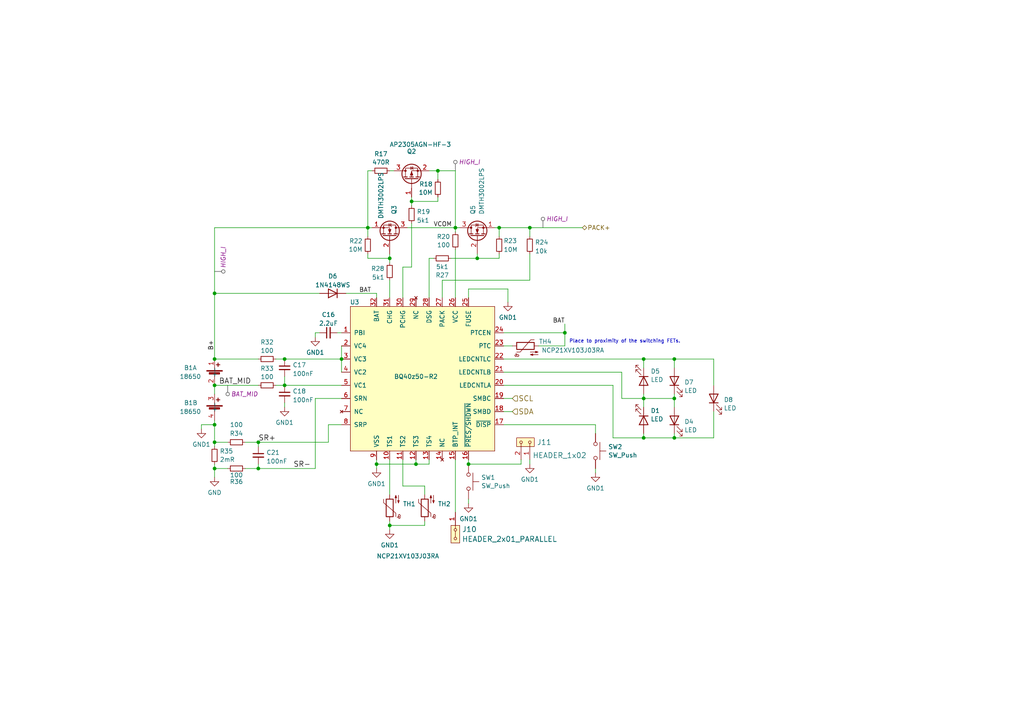
<source format=kicad_sch>
(kicad_sch (version 20231120) (generator "eeschema") (generator_version "8.0")
  (paper "A4")
  (title_block (rev "D"))
  (lib_symbols
    (symbol "Device:C_Small" (pin_numbers hide) (pin_names (offset 0.254) hide)
      (property "Reference" "C" (at 0.254 1.778 0))
      (property "Value" "C_Small" (at 0.254 -2.032 0))
      (symbol "C_Small_0_1"
        (polyline (pts (xy -1.524 -0.508) (xy 1.524 -0.508)) (stroke (width 0.3302)))
        (polyline (pts (xy -1.524 0.508) (xy 1.524 0.508)) (stroke (width 0.3048)))
      )
      (symbol "C_Small_1_1"
        (pin passive line (at 0 2.54 270) (length 2.032) (name "~") (number "1"))
        (pin passive line (at 0 -2.54 90) (length 2.032) (name "~") (number "2"))
      )
    )
    (symbol "Device:LED" (pin_numbers hide) (pin_names (offset 1.016) hide)
      (property "Reference" "D" (at 0 2.54 0))
      (property "Value" "LED" (at 0 -2.54 0))
      (symbol "LED_0_1"
        (polyline (pts (xy -1.27 -1.27) (xy -1.27 1.27)) (stroke (width 0.254)))
        (polyline (pts (xy -1.27 0) (xy 1.27 0)))
        (polyline (pts (xy 1.27 -1.27) (xy 1.27 1.27) (xy -1.27 0) (xy 1.27 -1.27)) (stroke (width 0.254)))
        (polyline (pts (xy -3.048 -0.762) (xy -4.572 -2.286) (xy -3.81 -2.286) (xy -4.572 -2.286) (xy -4.572 -1.524)))
        (polyline (pts (xy -1.778 -0.762) (xy -3.302 -2.286) (xy -2.54 -2.286) (xy -3.302 -2.286) (xy -3.302 -1.524)))
      )
      (symbol "LED_1_1"
        (pin passive line (at -3.81 0 0) (length 2.54) (name "K") (number "1"))
        (pin passive line (at 3.81 0 180) (length 2.54) (name "A") (number "2"))
      )
    )
    (symbol "Device:Q_NMOS_SGD" (pin_names (offset 0) hide)
      (property "Reference" "Q" (at 5.08 1.27 0))
      (property "Value" "Q_NMOS_SGD" (at 5.08 -1.27 0))
      (symbol "Q_NMOS_SGD_0_1"
        (polyline (pts (xy 0.254 0) (xy -2.54 0)))
        (polyline (pts (xy 0.254 1.905) (xy 0.254 -1.905)) (stroke (width 0.254)))
        (polyline (pts (xy 0.762 -1.27) (xy 0.762 -2.286)) (stroke (width 0.254)))
        (polyline (pts (xy 0.762 0.508) (xy 0.762 -0.508)) (stroke (width 0.254)))
        (polyline (pts (xy 0.762 2.286) (xy 0.762 1.27)) (stroke (width 0.254)))
        (polyline (pts (xy 2.54 2.54) (xy 2.54 1.778)))
        (polyline (pts (xy 2.54 -2.54) (xy 2.54 0) (xy 0.762 0)))
        (polyline (pts (xy 0.762 -1.778) (xy 3.302 -1.778) (xy 3.302 1.778) (xy 0.762 1.778)))
        (polyline (pts (xy 1.016 0) (xy 2.032 0.381) (xy 2.032 -0.381) (xy 1.016 0)) (fill (type outline)))
        (polyline (pts (xy 2.794 0.508) (xy 2.921 0.381) (xy 3.683 0.381) (xy 3.81 0.254)))
        (polyline (pts (xy 3.302 0.381) (xy 2.921 -0.254) (xy 3.683 -0.254) (xy 3.302 0.381)))
        (circle (center 1.651 0) (radius 2.794) (stroke (width 0.254)))
        (circle (center 2.54 -1.778) (radius 0.254) (fill (type outline)))
        (circle (center 2.54 1.778) (radius 0.254) (fill (type outline)))
      )
      (symbol "Q_NMOS_SGD_1_1"
        (pin passive line (at 2.54 -5.08 90) (length 2.54) (name "S") (number "1"))
        (pin input line (at -5.08 0 0) (length 5.08) (name "G") (number "2"))
        (pin passive line (at 2.54 5.08 270) (length 2.54) (name "D") (number "3"))
      )
    )
    (symbol "Device:R_Small" (pin_numbers hide) (pin_names (offset 0.254) hide)
      (property "Reference" "R" (at 0.762 0.508 0))
      (property "Value" "R_Small" (at 0.762 -1.016 0))
      (symbol "R_Small_0_1"
        (rectangle (start -0.762 1.778) (end 0.762 -1.778) (stroke (width 0.2032)))
      )
      (symbol "R_Small_1_1"
        (pin passive line (at 0 2.54 270) (length 0.762) (name "~") (number "1"))
        (pin passive line (at 0 -2.54 90) (length 0.762) (name "~") (number "2"))
      )
    )
    (symbol "Device:Thermistor_NTC" (pin_numbers hide) (pin_names (offset 0))
      (property "Reference" "TH" (at -4.445 0 90))
      (property "Value" "Thermistor_NTC" (at 3.175 0 90))
      (symbol "Thermistor_NTC_0_1"
        (arc (start -3.048 2.159) (mid -3.0495 2.3143) (end -3.175 2.413))
        (arc (start -3.048 2.159) (mid -2.9736 1.9794) (end -2.794 1.905))
        (arc (start -3.048 2.794) (mid -2.9736 2.6144) (end -2.794 2.54))
        (arc (start -2.794 1.905) (mid -2.6144 1.9794) (end -2.54 2.159))
        (arc (start -2.794 2.54) (mid -2.4393 2.5587) (end -2.159 2.794))
        (arc (start -2.794 3.048) (mid -2.9736 2.9736) (end -3.048 2.794))
        (arc (start -2.54 2.794) (mid -2.6144 2.9736) (end -2.794 3.048))
        (rectangle (start -1.016 2.54) (end 1.016 -2.54) (stroke (width 0.254)))
        (polyline (pts (xy -2.54 2.159) (xy -2.54 2.794)))
        (polyline (pts (xy -1.778 2.54) (xy -1.778 1.524) (xy 1.778 -1.524) (xy 1.778 -2.54)))
        (polyline (pts (xy -2.54 -3.683) (xy -2.54 -1.397) (xy -2.794 -2.159) (xy -2.286 -2.159) (xy -2.54 -1.397) (xy -2.54 -1.651)) (fill (type outline)))
        (polyline (pts (xy -1.778 -1.397) (xy -1.778 -3.683) (xy -2.032 -2.921) (xy -1.524 -2.921) (xy -1.778 -3.683) (xy -1.778 -3.429)) (fill (type outline)))
      )
      (symbol "Thermistor_NTC_1_1"
        (pin passive line (at 0 3.81 270) (length 1.27) (name "~") (number "1"))
        (pin passive line (at 0 -3.81 90) (length 1.27) (name "~") (number "2"))
      )
    )
    (symbol "Diode:1N4148WS" (pin_numbers hide) (pin_names (offset 1.016) hide)
      (property "Reference" "D" (at 0 2.54 0))
      (property "Value" "1N4148WS" (at 0 -2.54 0))
      (symbol "1N4148WS_0_1"
        (polyline (pts (xy -1.27 1.27) (xy -1.27 -1.27)) (stroke (width 0.254)))
        (polyline (pts (xy 1.27 0) (xy -1.27 0)))
        (polyline (pts (xy 1.27 1.27) (xy 1.27 -1.27) (xy -1.27 0) (xy 1.27 1.27)) (stroke (width 0.254)))
      )
      (symbol "1N4148WS_1_1"
        (pin passive line (at -3.81 0 0) (length 2.54) (name "K") (number "1"))
        (pin passive line (at 3.81 0 180) (length 2.54) (name "A") (number "2"))
      )
    )
    (symbol "MLAB_HEADER:HEADER_1x02" (pin_names (offset 1.016))
      (property "Reference" "J" (at 0 -3.81 0))
      (property "Value" "HEADER_1x02" (at 0 3.81 0))
      (symbol "HEADER_1x02_0_1"
        (rectangle (start -1.27 2.54) (end 1.27 -2.54) (fill (type background)))
        (circle (center 0 -1.27) (radius 0.381))
        (polyline (pts (xy -1.27 -1.27) (xy -0.381 -1.27)))
        (polyline (pts (xy -1.27 1.27) (xy -0.381 1.27)))
        (circle (center 0 1.27) (radius 0.381))
      )
      (symbol "HEADER_1x02_1_1"
        (pin input line (at -5.08 1.27 0) (length 3.81) (name "~") (number "1"))
        (pin input line (at -5.08 -1.27 0) (length 3.81) (name "~") (number "2"))
      )
    )
    (symbol "MLAB_HEADER:HEADER_2x01_PARALLEL" (pin_names (offset 1.016))
      (property "Reference" "J" (at 0 -2.54 0))
      (property "Value" "HEADER_2x01_PARALLEL" (at 0 2.54 0))
      (symbol "HEADER_2x01_PARALLEL_0_1"
        (rectangle (start -2.54 1.27) (end 2.54 -1.27) (fill (type background)))
        (circle (center -1.27 0) (radius 0.381))
        (polyline (pts (xy -1.651 0) (xy -2.54 0)))
        (polyline (pts (xy -0.889 0) (xy 0.889 0)))
        (circle (center 1.27 0) (radius 0.381))
      )
      (symbol "HEADER_2x01_PARALLEL_1_1"
        (pin input line (at -6.35 0 0) (length 3.81) (name "~") (number "1"))
        (pin input line (at -6.35 0 0) (length 3.81) hide (name "~") (number "2"))
      )
    )
    (symbol "Switch:SW_Push" (pin_numbers hide) (pin_names (offset 1.016) hide)
      (property "Reference" "SW" (at 1.27 2.54 0))
      (property "Value" "SW_Push" (at 0 -1.524 0))
      (symbol "SW_Push_0_1"
        (circle (center -2.032 0) (radius 0.508))
        (polyline (pts (xy 0 1.27) (xy 0 3.048)))
        (polyline (pts (xy 2.54 1.27) (xy -2.54 1.27)))
        (circle (center 2.032 0) (radius 0.508))
        (pin passive line (at -5.08 0 0) (length 2.54) (name "1") (number "1"))
        (pin passive line (at 5.08 0 180) (length 2.54) (name "2") (number "2"))
      )
    )
    (symbol "Transistor_FET:AO3401A" (pin_names hide)
      (property "Reference" "Q" (at 5.08 1.905 0))
      (property "Value" "AO3401A" (at 5.08 0 0))
      (symbol "AO3401A_0_1"
        (polyline (pts (xy 0.254 0) (xy -2.54 0)))
        (polyline (pts (xy 0.254 1.905) (xy 0.254 -1.905)) (stroke (width 0.254)))
        (polyline (pts (xy 0.762 -1.27) (xy 0.762 -2.286)) (stroke (width 0.254)))
        (polyline (pts (xy 0.762 0.508) (xy 0.762 -0.508)) (stroke (width 0.254)))
        (polyline (pts (xy 0.762 2.286) (xy 0.762 1.27)) (stroke (width 0.254)))
        (polyline (pts (xy 2.54 2.54) (xy 2.54 1.778)))
        (polyline (pts (xy 2.54 -2.54) (xy 2.54 0) (xy 0.762 0)))
        (polyline (pts (xy 0.762 1.778) (xy 3.302 1.778) (xy 3.302 -1.778) (xy 0.762 -1.778)))
        (polyline (pts (xy 2.286 0) (xy 1.27 0.381) (xy 1.27 -0.381) (xy 2.286 0)) (fill (type outline)))
        (polyline (pts (xy 2.794 -0.508) (xy 2.921 -0.381) (xy 3.683 -0.381) (xy 3.81 -0.254)))
        (polyline (pts (xy 3.302 -0.381) (xy 2.921 0.254) (xy 3.683 0.254) (xy 3.302 -0.381)))
        (circle (center 1.651 0) (radius 2.794) (stroke (width 0.254)))
        (circle (center 2.54 -1.778) (radius 0.254) (fill (type outline)))
        (circle (center 2.54 1.778) (radius 0.254) (fill (type outline)))
      )
      (symbol "AO3401A_1_1"
        (pin input line (at -5.08 0 0) (length 2.54) (name "G") (number "1"))
        (pin passive line (at 2.54 -5.08 90) (length 2.54) (name "S") (number "2"))
        (pin passive line (at 2.54 5.08 270) (length 2.54) (name "D") (number "3"))
      )
    )
    (symbol "battery:battery-2s" (pin_names (offset 1.016))
      (property "Reference" "B" (at 3.81 1.27 0))
      (property "Value" "battery-2s" (at -8.89 1.27 0))
      (symbol "battery-2s_1_1"
        (rectangle (start -2.286 0.508) (end 2.286 0.254) (fill (type outline)))
        (rectangle (start -1.5748 -0.0762) (end 1.4732 -0.5842) (fill (type outline)))
        (polyline (pts (xy 0 -0.508) (xy 0 -1.27)))
        (polyline (pts (xy 0 0.508) (xy 0 1.27)))
        (polyline (pts (xy 0.508 2.159) (xy 1.524 2.159)) (stroke (width 0.254)))
        (polyline (pts (xy 1.016 2.667) (xy 1.016 1.651)) (stroke (width 0.254)))
        (pin passive line (at 0 3.81 270) (length 2.54) (name "+") (number "1"))
        (pin passive line (at 0 -3.81 90) (length 2.54) (name "-") (number "2"))
      )
      (symbol "battery-2s_2_1"
        (rectangle (start -2.286 0.508) (end 2.286 0.254) (fill (type outline)))
        (rectangle (start -1.5748 -0.0762) (end 1.4732 -0.5842) (fill (type outline)))
        (polyline (pts (xy 0 -0.508) (xy 0 -1.27)))
        (polyline (pts (xy 0 0.508) (xy 0 1.27)))
        (polyline (pts (xy 0.508 2.159) (xy 1.524 2.159)) (stroke (width 0.254)))
        (polyline (pts (xy 1.016 2.667) (xy 1.016 1.651)) (stroke (width 0.254)))
        (pin passive line (at 0 3.81 270) (length 2.54) (name "+") (number "3"))
        (pin passive line (at 0 -3.81 90) (length 2.54) (name "-") (number "4"))
      )
    )
    (symbol "power:GND" (power) (pin_names (offset 0))
      (property "Value" "GND" (at 0 -3.81 0))
      (symbol "GND_0_1"
        (polyline (pts (xy 0 0) (xy 0 -1.27) (xy 1.27 -1.27) (xy 0 -2.54) (xy -1.27 -1.27) (xy 0 -1.27)))
      )
      (symbol "GND_1_1"
        (pin power_in line (at 0 0 270) (length 0) hide (name "GND") (number "1"))
      )
    )
    (symbol "power:GND1" (power) (pin_names (offset 0))
      (property "Value" "GND1" (at 0 -3.81 0))
      (symbol "GND1_0_1"
        (polyline (pts (xy 0 0) (xy 0 -1.27) (xy 1.27 -1.27) (xy 0 -2.54) (xy -1.27 -1.27) (xy 0 -1.27)))
      )
      (symbol "GND1_1_1"
        (pin power_in line (at 0 0 270) (length 0) hide (name "GND1") (number "1"))
      )
    )
    (symbol "ti-balancers:BQ40z50-R2" (pin_names (offset 1.016))
      (property "Reference" "U" (at 0 0 0))
      (property "Value" "BQ40z50-R2" (at 0 0 0))
      (symbol "BQ40z50-R2_0_1"
        (rectangle (start -19.05 20.32) (end 22.86 -21.59) (fill (type background)))
      )
      (symbol "BQ40z50-R2_1_1"
        (pin power_in line (at -21.59 12.7 0) (length 2.54) (name "PBI") (number "1"))
        (pin bidirectional line (at -7.62 -24.13 90) (length 2.54) (name "TS1") (number "10"))
        (pin bidirectional line (at -3.81 -24.13 90) (length 2.54) (name "TS2") (number "11"))
        (pin bidirectional line (at 0 -24.13 90) (length 2.54) (name "TS3") (number "12"))
        (pin bidirectional line (at 3.81 -24.13 90) (length 2.54) (name "TS4") (number "13"))
        (pin no_connect line (at 7.62 -24.13 90) (length 2.54) (name "NC") (number "14"))
        (pin output line (at 11.43 -24.13 90) (length 2.54) (name "BTP_INT") (number "15"))
        (pin input line (at 15.24 -24.13 90) (length 2.54) (name "~{PRES/SHDWN}") (number "16"))
        (pin input line (at 25.4 -13.97 180) (length 2.54) (name "~{DISP}") (number "17"))
        (pin open_collector line (at 25.4 -10.16 180) (length 2.54) (name "SMBD") (number "18"))
        (pin open_collector line (at 25.4 -6.35 180) (length 2.54) (name "SMBC") (number "19"))
        (pin bidirectional line (at -21.59 8.89 0) (length 2.54) (name "VC4") (number "2"))
        (pin output line (at 25.4 -2.54 180) (length 2.54) (name "LEDCNTLA") (number "20"))
        (pin output line (at 25.4 1.27 180) (length 2.54) (name "LEDCNTLB") (number "21"))
        (pin output line (at 25.4 5.08 180) (length 2.54) (name "LEDCNTLC") (number "22"))
        (pin bidirectional line (at 25.4 8.89 180) (length 2.54) (name "PTC") (number "23"))
        (pin input line (at 25.4 12.7 180) (length 2.54) (name "PTCEN") (number "24"))
        (pin output line (at 15.24 22.86 270) (length 2.54) (name "FUSE") (number "25"))
        (pin power_in line (at 11.43 22.86 270) (length 2.54) (name "VCC") (number "26"))
        (pin bidirectional line (at 7.62 22.86 270) (length 2.54) (name "PACK") (number "27"))
        (pin output line (at 3.81 22.86 270) (length 2.54) (name "DSG") (number "28"))
        (pin no_connect line (at 0 22.86 270) (length 2.54) (name "NC") (number "29"))
        (pin bidirectional line (at -21.59 5.08 0) (length 2.54) (name "VC3") (number "3"))
        (pin output line (at -3.81 22.86 270) (length 2.54) (name "PCHG") (number "30"))
        (pin output line (at -7.62 22.86 270) (length 2.54) (name "CHG") (number "31"))
        (pin power_in line (at -11.43 22.86 270) (length 2.54) (name "BAT") (number "32"))
        (pin power_in line (at -11.43 -24.13 90) (length 2.54) hide (name "PWRPD") (number "33"))
        (pin bidirectional line (at -21.59 1.27 0) (length 2.54) (name "VC2") (number "4"))
        (pin bidirectional line (at -21.59 -2.54 0) (length 2.54) (name "VC1") (number "5"))
        (pin input line (at -21.59 -6.35 0) (length 2.54) (name "SRN") (number "6"))
        (pin no_connect line (at -21.59 -10.16 0) (length 2.54) (name "NC") (number "7"))
        (pin input line (at -21.59 -13.97 0) (length 2.54) (name "SRP") (number "8"))
        (pin power_in line (at -11.43 -24.13 90) (length 2.54) (name "VSS") (number "9"))
      )
    )
  )
  (junction (at 62.23 123.19))
  (junction (at 106.68 66.04))
  (junction (at 74.93 135.89))
  (junction (at 62.23 128.27))
  (junction (at 132.08 66.04))
  (junction (at 153.67 66.04))
  (junction (at 119.38 58.42))
  (junction (at 113.03 152.4))
  (junction (at 135.89 134.62))
  (junction (at 138.43 74.93))
  (junction (at 195.58 104.14))
  (junction (at 113.03 74.93))
  (junction (at 127 49.53))
  (junction (at 195.58 115.57))
  (junction (at 163.83 96.52))
  (junction (at 99.06 104.14))
  (junction (at 186.69 115.57))
  (junction (at 195.58 127))
  (junction (at 74.93 128.27))
  (junction (at 109.22 134.62))
  (junction (at 82.55 104.14))
  (junction (at 186.69 104.14))
  (junction (at 120.65 134.62))
  (junction (at 62.23 111.76))
  (junction (at 186.69 127))
  (junction (at 62.23 85.09))
  (junction (at 82.55 111.76))
  (junction (at 62.23 104.14))
  (junction (at 62.23 135.89))
  (junction (at 144.78 66.04))
  (wire (pts (xy 195.58 127) (xy 186.69 127)))
  (wire (pts (xy 91.44 135.89) (xy 91.44 115.57)))
  (wire (pts (xy 62.23 104.14) (xy 74.93 104.14)))
  (wire (pts (xy 186.69 115.57) (xy 180.34 115.57)))
  (wire (pts (xy 127 49.53) (xy 132.08 49.53)))
  (wire (pts (xy 127 49.53) (xy 127 52.07)))
  (wire (pts (xy 146.05 104.14) (xy 186.69 104.14)))
  (wire (pts (xy 82.55 111.76) (xy 99.06 111.76)))
  (wire (pts (xy 124.46 74.93) (xy 124.46 86.36)))
  (wire (pts (xy 97.79 96.52) (xy 99.06 96.52)))
  (wire (pts (xy 163.83 93.98) (xy 163.83 96.52)))
  (wire (pts (xy 109.22 85.09) (xy 109.22 86.36)))
  (wire (pts (xy 62.23 128.27) (xy 66.04 128.27)))
  (wire (pts (xy 109.22 134.62) (xy 109.22 135.89)))
  (wire (pts (xy 123.19 140.97) (xy 123.19 143.51)))
  (wire (pts (xy 74.93 129.54) (xy 74.93 128.27)))
  (wire (pts (xy 128.27 81.28) (xy 153.67 81.28)))
  (wire (pts (xy 113.03 49.53) (xy 114.3 49.53)))
  (wire (pts (xy 144.78 73.66) (xy 144.78 74.93)))
  (wire (pts (xy 107.95 49.53) (xy 106.68 49.53)))
  (wire (pts (xy 62.23 111.76) (xy 62.23 114.3)))
  (wire (pts (xy 100.33 85.09) (xy 109.22 85.09)))
  (wire (pts (xy 82.55 109.22) (xy 82.55 111.76)))
  (wire (pts (xy 106.68 73.66) (xy 106.68 74.93)))
  (wire (pts (xy 119.38 64.77) (xy 119.38 77.47)))
  (wire (pts (xy 92.71 85.09) (xy 62.23 85.09)))
  (wire (pts (xy 146.05 115.57) (xy 148.59 115.57)))
  (wire (pts (xy 58.42 123.19) (xy 58.42 124.46)))
  (wire (pts (xy 113.03 81.28) (xy 113.03 86.36)))
  (wire (pts (xy 132.08 72.39) (xy 132.08 86.36)))
  (wire (pts (xy 113.03 152.4) (xy 123.19 152.4)))
  (wire (pts (xy 120.65 134.62) (xy 124.46 134.62)))
  (wire (pts (xy 153.67 66.04) (xy 168.91 66.04)))
  (wire (pts (xy 113.03 151.13) (xy 113.03 152.4)))
  (wire (pts (xy 109.22 133.35) (xy 109.22 134.62)))
  (wire (pts (xy 153.67 81.28) (xy 153.67 73.66)))
  (wire (pts (xy 146.05 96.52) (xy 163.83 96.52)))
  (wire (pts (xy 186.69 104.14) (xy 186.69 106.68)))
  (wire (pts (xy 74.93 135.89) (xy 74.93 134.62)))
  (wire (pts (xy 82.55 104.14) (xy 99.06 104.14)))
  (wire (pts (xy 62.23 85.09) (xy 62.23 104.14)))
  (wire (pts (xy 180.34 115.57) (xy 180.34 107.95)))
  (wire (pts (xy 91.44 115.57) (xy 99.06 115.57)))
  (wire (pts (xy 177.8 127) (xy 177.8 111.76)))
  (wire (pts (xy 146.05 100.33) (xy 148.59 100.33)))
  (wire (pts (xy 116.84 140.97) (xy 123.19 140.97)))
  (wire (pts (xy 186.69 115.57) (xy 186.69 118.11)))
  (wire (pts (xy 62.23 128.27) (xy 62.23 129.54)))
  (wire (pts (xy 74.93 128.27) (xy 95.25 128.27)))
  (wire (pts (xy 124.46 49.53) (xy 127 49.53)))
  (wire (pts (xy 186.69 114.3) (xy 186.69 115.57)))
  (wire (pts (xy 132.08 49.53) (xy 132.08 66.04)))
  (wire (pts (xy 99.06 104.14) (xy 99.06 107.95)))
  (wire (pts (xy 135.89 83.82) (xy 147.32 83.82)))
  (wire (pts (xy 153.67 133.35) (xy 153.67 134.62)))
  (wire (pts (xy 106.68 49.53) (xy 106.68 66.04)))
  (wire (pts (xy 116.84 133.35) (xy 116.84 140.97)))
  (wire (pts (xy 106.68 66.04) (xy 106.68 68.58)))
  (wire (pts (xy 74.93 128.27) (xy 71.12 128.27)))
  (wire (pts (xy 195.58 125.73) (xy 195.58 127)))
  (wire (pts (xy 62.23 123.19) (xy 58.42 123.19)))
  (wire (pts (xy 207.01 104.14) (xy 207.01 111.76)))
  (wire (pts (xy 62.23 111.76) (xy 74.93 111.76)))
  (wire (pts (xy 109.22 134.62) (xy 120.65 134.62)))
  (wire (pts (xy 186.69 127) (xy 177.8 127)))
  (wire (pts (xy 113.03 152.4) (xy 113.03 153.67)))
  (wire (pts (xy 195.58 104.14) (xy 207.01 104.14)))
  (wire (pts (xy 113.03 133.35) (xy 113.03 143.51)))
  (wire (pts (xy 119.38 58.42) (xy 119.38 59.69)))
  (wire (pts (xy 116.84 77.47) (xy 119.38 77.47)))
  (wire (pts (xy 62.23 123.19) (xy 62.23 128.27)))
  (wire (pts (xy 151.13 133.35) (xy 151.13 134.62)))
  (wire (pts (xy 186.69 115.57) (xy 195.58 115.57)))
  (wire (pts (xy 180.34 107.95) (xy 146.05 107.95)))
  (wire (pts (xy 95.25 123.19) (xy 99.06 123.19)))
  (wire (pts (xy 106.68 74.93) (xy 113.03 74.93)))
  (wire (pts (xy 144.78 66.04) (xy 153.67 66.04)))
  (wire (pts (xy 106.68 66.04) (xy 107.95 66.04)))
  (wire (pts (xy 146.05 119.38) (xy 148.59 119.38)))
  (wire (pts (xy 147.32 83.82) (xy 147.32 87.63)))
  (wire (pts (xy 123.19 152.4) (xy 123.19 151.13)))
  (wire (pts (xy 195.58 115.57) (xy 195.58 118.11)))
  (wire (pts (xy 95.25 123.19) (xy 95.25 128.27)))
  (wire (pts (xy 135.89 133.35) (xy 135.89 134.62)))
  (wire (pts (xy 127 58.42) (xy 119.38 58.42)))
  (wire (pts (xy 71.12 135.89) (xy 74.93 135.89)))
  (wire (pts (xy 138.43 73.66) (xy 138.43 74.93)))
  (wire (pts (xy 118.11 66.04) (xy 132.08 66.04)))
  (wire (pts (xy 127 57.15) (xy 127 58.42)))
  (wire (pts (xy 132.08 66.04) (xy 132.08 67.31)))
  (wire (pts (xy 113.03 74.93) (xy 113.03 76.2)))
  (wire (pts (xy 62.23 134.62) (xy 62.23 135.89)))
  (wire (pts (xy 172.72 135.89) (xy 172.72 137.16)))
  (wire (pts (xy 172.72 123.19) (xy 172.72 125.73)))
  (wire (pts (xy 62.23 135.89) (xy 66.04 135.89)))
  (wire (pts (xy 144.78 66.04) (xy 143.51 66.04)))
  (wire (pts (xy 80.01 111.76) (xy 82.55 111.76)))
  (wire (pts (xy 146.05 123.19) (xy 172.72 123.19)))
  (wire (pts (xy 156.21 100.33) (xy 163.83 100.33)))
  (wire (pts (xy 120.65 133.35) (xy 120.65 134.62)))
  (wire (pts (xy 124.46 74.93) (xy 125.73 74.93)))
  (wire (pts (xy 186.69 125.73) (xy 186.69 127)))
  (wire (pts (xy 74.93 135.89) (xy 91.44 135.89)))
  (wire (pts (xy 119.38 58.42) (xy 119.38 57.15)))
  (wire (pts (xy 177.8 111.76) (xy 146.05 111.76)))
  (wire (pts (xy 132.08 66.04) (xy 133.35 66.04)))
  (wire (pts (xy 124.46 133.35) (xy 124.46 134.62)))
  (wire (pts (xy 144.78 68.58) (xy 144.78 66.04)))
  (wire (pts (xy 113.03 73.66) (xy 113.03 74.93)))
  (wire (pts (xy 135.89 144.78) (xy 135.89 146.05)))
  (wire (pts (xy 151.13 134.62) (xy 135.89 134.62)))
  (wire (pts (xy 106.68 66.04) (xy 62.23 66.04)))
  (wire (pts (xy 207.01 127) (xy 195.58 127)))
  (wire (pts (xy 99.06 100.33) (xy 99.06 104.14)))
  (wire (pts (xy 135.89 83.82) (xy 135.89 86.36)))
  (wire (pts (xy 130.81 74.93) (xy 138.43 74.93)))
  (wire (pts (xy 207.01 119.38) (xy 207.01 127)))
  (wire (pts (xy 116.84 77.47) (xy 116.84 86.36)))
  (wire (pts (xy 92.71 96.52) (xy 91.44 96.52)))
  (wire (pts (xy 195.58 114.3) (xy 195.58 115.57)))
  (wire (pts (xy 62.23 66.04) (xy 62.23 85.09)))
  (wire (pts (xy 62.23 135.89) (xy 62.23 138.43)))
  (wire (pts (xy 186.69 104.14) (xy 195.58 104.14)))
  (wire (pts (xy 163.83 96.52) (xy 163.83 100.33)))
  (wire (pts (xy 128.27 81.28) (xy 128.27 86.36)))
  (wire (pts (xy 91.44 96.52) (xy 91.44 97.79)))
  (wire (pts (xy 153.67 66.04) (xy 153.67 68.58)))
  (wire (pts (xy 62.23 121.92) (xy 62.23 123.19)))
  (wire (pts (xy 82.55 116.84) (xy 82.55 118.11)))
  (wire (pts (xy 195.58 104.14) (xy 195.58 106.68)))
  (wire (pts (xy 132.08 133.35) (xy 132.08 148.59)))
  (wire (pts (xy 80.01 104.14) (xy 82.55 104.14)))
  (wire (pts (xy 144.78 74.93) (xy 138.43 74.93)))
  (text "Place to proximity of the switching FETs. " (at 181.61 99.06 0) (effects (font (size 1.016 1.016))))
  (label "B+" (at 62.23 101.6 90))
  (label "SR-" (at 85.09 135.89 0) (effects (font (size 1.524 1.524))))
  (label "BAT" (at 104.14 85.09 0))
  (label "SR+" (at 74.93 128.27 0) (effects (font (size 1.524 1.524))))
  (label "BAT" (at 163.83 93.98 180))
  (label "BAT_MID" (at 63.5 111.76 0) (effects (font (size 1.524 1.524))))
  (label "VCOM" (at 125.73 66.04 0))
  (hierarchical_label "PACK+" (shape bidirectional) (at 168.91 66.04 0))
  (hierarchical_label "SCL" (shape input) (at 148.59 115.57 0) (effects (font (size 1.524 1.524))))
  (hierarchical_label "SDA" (shape input) (at 148.59 119.38 0) (effects (font (size 1.524 1.524))))
  (netclass_flag "" (length 2.54) (shape round) (at 62.23 78.74 270) (property "Netclass" "HIGH_I" (at 64.77 77.7748 90) (effects (font (italic yes)) (justify left))))
  (netclass_flag "" (length 2.54) (shape round) (at 157.48 66.04 0) (property "Netclass" "HIGH_I" (at 158.4452 63.5 0) (effects (font (italic yes)) (justify left))))
  (netclass_flag "" (length 2.54) (shape round) (at 132.08 49.53 0) (property "Netclass" "HIGH_I" (at 133.0452 46.99 0) (effects (font (italic yes)) (justify left))))
  (netclass_flag "" (length 2.54) (shape round) (at 66.04 111.76 180) (property "Netclass" "BAT_MID" (at 67.0052 114.3 0) (effects (font (italic yes)) (justify left))))
  (symbol (lib_id "Device:Q_NMOS_SGD") (at 113.03 68.58 270) (mirror x) (unit 1)
    (property "Reference" "Q3" (at 114.3001 62.23 0) (effects (justify left)))
    (property "Value" "DMTH3002LPS" (at 110.49 63.5 0) (effects (justify left)))
    (property "Footprint" "Mlab_T:D_POWERDI5060-8_6.0x5.1mm_P1.27mm" (effects (hide yes)))
    (property "Datasheet" "https://eu.mouser.com/datasheet/2/115/DIOD_S_A0003132884_1-2542222.pdf" (effects (hide yes)))
    (property "Description" "N-MOSFET transistor, source/gate/drain" (effects (hide yes)))
    (property "Manufacturer_Part_Number" " DMT31M7LPS-13" (effects (hide yes)))
    (property "UST_ID" "669990696fdfe6f54e2eb28a" (effects (hide yes)))
  )
  (symbol (lib_id "Device:R_Small") (at 153.67 71.12 0) (unit 1)
    (property "Reference" "R24" (at 155.1686 70.2853 0) (effects (justify left)))
    (property "Value" "10k" (at 155.1686 72.8222 0) (effects (justify left)))
    (property "Footprint" "Resistor_SMD:R_0805_2012Metric" (effects (hide yes)))
    (property "LCSC" "C25744" (effects (hide yes)))
    (property "UST_ID" "5c70984612875079b91f899f" (effects (hide yes)))
  )
  (symbol (lib_id "Device:R_Small") (at 77.47 111.76 90) (unit 1)
    (property "Reference" "R33" (at 77.47 106.8789 90))
    (property "Value" "100" (at 77.47 109.3032 90))
    (property "Footprint" "Resistor_SMD:R_0805_2012Metric" (effects (hide yes)))
    (property "LCSC" "C17408" (effects (hide yes)))
    (property "UST_ID" "5c70984512875079b91f8977" (effects (hide yes)))
  )
  (symbol (lib_id "Device:C_Small") (at 74.93 132.08 0) (unit 1)
    (property "Reference" "C21" (at 77.2541 131.2516 0) (effects (justify left)))
    (property "Value" "100nF" (at 77.2541 133.7885 0) (effects (justify left)))
    (property "Footprint" "Capacitor_SMD:C_0805_2012Metric" (effects (hide yes)))
    (property "LCSC" "C1525" (effects (hide yes)))
    (property "UST_ID" " 5c70984712875079b91f8b4c " (effects (hide yes)))
  )
  (symbol (lib_id "power:GND1") (at 113.03 153.67 0) (unit 1)
    (property "Reference" "#PWR037" (effects (hide yes)))
    (property "Value" "GND1" (at 113.03 158.1134 0))
  )
  (symbol (lib_id "Device:R_Small") (at 68.58 128.27 90) (unit 1)
    (property "Reference" "R34" (at 68.58 125.73 90))
    (property "Value" "100" (at 68.58 123.19 90))
    (property "Footprint" "Resistor_SMD:R_0805_2012Metric" (effects (hide yes)))
    (property "LCSC" "C25076" (effects (hide yes)))
    (property "UST_ID" "5c70984512875079b91f8977" (effects (hide yes)))
  )
  (symbol (lib_id "Device:R_Small") (at 113.03 78.74 0) (mirror x) (unit 1)
    (property "Reference" "R28" (at 111.5315 77.9053 0) (effects (justify right)))
    (property "Value" "5k1" (at 111.5315 80.4422 0) (effects (justify right)))
    (property "Footprint" "Resistor_SMD:R_0805_2012Metric" (effects (hide yes)))
    (property "LCSC" "C25905" (effects (hide yes)))
    (property "UST_ID" "5fa0fc3e12875025b3977997" (effects (hide yes)))
  )
  (symbol (lib_id "ti-balancers:BQ40z50-R2") (at 120.65 109.22 0) (unit 1)
    (property "Reference" "U3" (at 102.87 87.63 0))
    (property "Value" "BQ40z50-R2" (at 120.65 109.22 0))
    (property "Footprint" "Mlab_IO:Texas_RSM0032A_VQFN-32-4.1x4.1-EP-1.4" (effects (hide yes)))
    (property "Datasheet" "http://www.ti.com/lit/ds/symlink/bq40z50-r2.pdf" (effects (hide yes)))
    (property "LCSC" "C179743" (effects (hide yes)))
    (property "UST_ID" "66a15dd06fdfe6f54e2ebf93" (effects (hide yes)))
  )
  (symbol (lib_id "power:GND1") (at 153.67 134.62 0) (unit 1)
    (property "Reference" "#PWR018" (effects (hide yes)))
    (property "Value" "GND1" (at 153.67 139.0634 0))
  )
  (symbol (lib_id "Device:LED") (at 207.01 115.57 90) (unit 1)
    (property "Reference" "D8" (at 209.931 115.9453 90) (effects (justify right)))
    (property "Value" "LED" (at 209.931 118.3696 90) (effects (justify right)))
    (property "Footprint" "Mlab_D:LED_1206" (effects (hide yes)))
    (property "Description" "Light emitting diode" (effects (hide yes)))
    (property "UST_ID" "5c70984412875079b91f8892" (effects (hide yes)))
  )
  (symbol (lib_id "Switch:SW_Push") (at 135.89 139.7 270) (unit 1)
    (property "Reference" "SW1" (at 139.573 138.4878 90) (effects (justify left)))
    (property "Value" "SW_Push" (at 139.573 140.9121 90) (effects (justify left)))
    (property "Footprint" "Mlab_SW:SW_PUSH_SMALL" (effects (hide yes)))
    (property "Description" "Push button switch, generic, two pins" (effects (hide yes)))
    (property "UST_ID" "5c70984712875079b91f8ad2" (effects (hide yes)))
  )
  (symbol (lib_id "MLAB_HEADER:HEADER_1x02") (at 152.4 128.27 270) (mirror x) (unit 1)
    (property "Reference" "J11" (at 160.02 128.27 90) (effects (font (size 1.524 1.524)) (justify right)))
    (property "Value" "HEADER_1x02" (at 170.18 132.08 90) (effects (font (size 1.524 1.524)) (justify right)))
    (property "Footprint" "Mlab_Pin_Headers:Straight_2x01" (effects (hide yes)))
    (property "Description" "1x02 2.54 mm pitch header" (effects (hide yes)))
  )
  (symbol (lib_id "power:GND1") (at 135.89 146.05 0) (unit 1)
    (property "Reference" "#PWR030" (effects (hide yes)))
    (property "Value" "GND1" (at 135.89 150.4934 0))
  )
  (symbol (lib_id "Device:Q_NMOS_SGD") (at 138.43 68.58 90) (unit 1)
    (property "Reference" "Q5" (at 137.1599 62.23 0) (effects (justify left)))
    (property "Value" "DMTH3002LPS" (at 139.7 62.23 0) (effects (justify left)))
    (property "Footprint" "Mlab_T:D_POWERDI5060-8_6.0x5.1mm_P1.27mm" (effects (hide yes)))
    (property "Datasheet" "https://eu.mouser.com/datasheet/2/115/DIOD_S_A0003132884_1-2542222.pdf" (effects (hide yes)))
    (property "Description" "N-MOSFET transistor, source/gate/drain" (effects (hide yes)))
    (property "Manufacturer_Part_Number" " DMT31M7LPS-13" (effects (hide yes)))
    (property "UST_ID" "669990696fdfe6f54e2eb28a" (effects (hide yes)))
  )
  (symbol (lib_id "battery:battery-2s") (at 62.23 118.11 0) (unit 2)
    (property "Reference" "B1" (at 53.34 116.84 0) (effects (justify left)))
    (property "Value" "18650" (at 52.07 119.38 0) (effects (justify left)))
    (property "Footprint" "Mlab_Batery:BAT_BK-18650-PC4_no_screws" (effects (hide yes)))
    (property "UST_ID" "5c70984412875079b91f87e9" (effects (hide yes)))
  )
  (symbol (lib_id "Device:R_Small") (at 106.68 71.12 0) (mirror x) (unit 1)
    (property "Reference" "R22" (at 105.1814 69.9078 0) (effects (justify right)))
    (property "Value" "10M" (at 105.1814 72.3321 0) (effects (justify right)))
    (property "Footprint" "Resistor_SMD:R_0805_2012Metric" (effects (hide yes)))
    (property "LCSC" "C26082" (effects (hide yes)))
    (property "UST_ID" "5c70984712875079b91f8aae" (effects (hide yes)))
  )
  (symbol (lib_id "power:GND") (at 62.23 138.43 0) (unit 1)
    (property "Reference" "#PWR029" (effects (hide yes)))
    (property "Value" "GND" (at 62.23 142.8734 0))
  )
  (symbol (lib_id "power:GND1") (at 91.44 97.79 0) (unit 1)
    (property "Reference" "#PWR025" (effects (hide yes)))
    (property "Value" "GND1" (at 91.44 102.2334 0))
  )
  (symbol (lib_id "Device:C_Small") (at 95.25 96.52 90) (unit 1)
    (property "Reference" "C16" (at 95.2563 91.2581 90))
    (property "Value" "2.2uF" (at 95.2563 93.795 90))
    (property "Footprint" "Capacitor_SMD:C_0805_2012Metric" (effects (hide yes)))
    (property "UST_ID" "5c70984712875079b91f8b51" (effects (hide yes)))
  )
  (symbol (lib_id "Device:C_Small") (at 82.55 114.3 0) (unit 1)
    (property "Reference" "C18" (at 84.8741 113.4716 0) (effects (justify left)))
    (property "Value" "100nF" (at 84.8741 116.0085 0) (effects (justify left)))
    (property "Footprint" "Capacitor_SMD:C_0805_2012Metric" (effects (hide yes)))
    (property "LCSC" "C1525" (effects (hide yes)))
    (property "UST_ID" " 5c70984712875079b91f8b4c " (effects (hide yes)))
  )
  (symbol (lib_id "Switch:SW_Push") (at 172.72 130.81 270) (unit 1)
    (property "Reference" "SW2" (at 176.403 129.5978 90) (effects (justify left)))
    (property "Value" "SW_Push" (at 176.403 132.0221 90) (effects (justify left)))
    (property "Footprint" "Mlab_SW:SW_PUSH_SMALL" (effects (hide yes)))
    (property "Description" "Push button switch, generic, two pins" (effects (hide yes)))
    (property "UST_ID" "5c70984712875079b91f8ad2" (effects (hide yes)))
  )
  (symbol (lib_id "battery:battery-2s") (at 62.23 107.95 0) (unit 1)
    (property "Reference" "B1" (at 53.34 106.68 0) (effects (justify left)))
    (property "Value" "18650" (at 52.07 109.22 0) (effects (justify left)))
    (property "Footprint" "Mlab_Batery:BAT_BK-18650-PC4_no_screws" (effects (hide yes)))
    (property "UST_ID" "5c70984412875079b91f87e9" (effects (hide yes)))
  )
  (symbol (lib_id "Device:LED") (at 195.58 121.92 90) (unit 1)
    (property "Reference" "D4" (at 198.501 122.2953 90) (effects (justify right)))
    (property "Value" "LED" (at 198.501 124.7196 90) (effects (justify right)))
    (property "Footprint" "Mlab_D:LED_1206" (effects (hide yes)))
    (property "Description" "Light emitting diode" (effects (hide yes)))
    (property "UST_ID" "5c70984412875079b91f8892" (effects (hide yes)))
  )
  (symbol (lib_id "Device:Thermistor_NTC") (at 123.19 147.32 180) (unit 1)
    (property "Reference" "TH2" (at 127 146.1678 0) (effects (justify right)))
    (property "Value" "NCP21XV103J03RA" (effects (hide yes)))
    (property "Footprint" "Resistor_SMD:R_0805_2012Metric" (effects (hide yes)))
    (property "LCSC" "C279801" (effects (hide yes)))
    (property "UST_ID" "5c70984712875079b91f8ac5" (effects (hide yes)))
  )
  (symbol (lib_id "power:GND1") (at 58.42 124.46 0) (unit 1)
    (property "Reference" "#PWR027" (effects (hide yes)))
    (property "Value" "GND1" (at 58.42 128.9034 0))
  )
  (symbol (lib_id "Device:R_Small") (at 110.49 49.53 90) (unit 1)
    (property "Reference" "R17" (at 110.49 44.6489 90))
    (property "Value" "470R" (at 110.49 47.0732 90))
    (property "Footprint" "Resistor_SMD:R_1206_3216Metric" (effects (hide yes)))
    (property "UST_ID" "60be2ed51287500165e6c1cd" (effects (hide yes)))
  )
  (symbol (lib_id "Device:R_Small") (at 77.47 104.14 90) (unit 1)
    (property "Reference" "R32" (at 77.47 99.2589 90))
    (property "Value" "100" (at 77.47 101.6832 90))
    (property "Footprint" "Resistor_SMD:R_0805_2012Metric" (effects (hide yes)))
    (property "LCSC" "C17408" (effects (hide yes)))
    (property "UST_ID" "5c70984512875079b91f8977" (effects (hide yes)))
  )
  (symbol (lib_id "power:GND1") (at 172.72 137.16 0) (unit 1)
    (property "Reference" "#PWR031" (effects (hide yes)))
    (property "Value" "GND1" (at 172.72 141.6034 0))
  )
  (symbol (lib_id "Device:Thermistor_NTC") (at 152.4 100.33 90) (unit 1)
    (property "Reference" "TH4" (at 160.02 99.06 90) (effects (justify left)))
    (property "Value" "NCP21XV103J03RA" (at 175.26 101.6 90) (effects (justify left)))
    (property "Footprint" "Resistor_SMD:R_0805_2012Metric" (effects (hide yes)))
    (property "Description" "Temperature dependent resistor, negative temperature coefficient" (effects (hide yes)))
    (property "UST_ID" "5c70984712875079b91f8ac5" (effects (hide yes)))
  )
  (symbol (lib_id "Device:R_Small") (at 132.08 69.85 0) (mirror x) (unit 1)
    (property "Reference" "R20" (at 130.5814 68.6378 0) (effects (justify right)))
    (property "Value" "100" (at 130.5814 71.0621 0) (effects (justify right)))
    (property "Footprint" "Resistor_SMD:R_0805_2012Metric" (effects (hide yes)))
    (property "LCSC" "C17408" (effects (hide yes)))
    (property "UST_ID" "5c70984512875079b91f8977" (effects (hide yes)))
  )
  (symbol (lib_id "power:GND1") (at 82.55 118.11 0) (unit 1)
    (property "Reference" "#PWR026" (effects (hide yes)))
    (property "Value" "GND1" (at 82.55 122.5534 0))
  )
  (symbol (lib_id "Device:R_Small") (at 68.58 135.89 90) (unit 1)
    (property "Reference" "R36" (at 68.58 139.7 90))
    (property "Value" "100" (at 68.58 137.7895 90))
    (property "Footprint" "Resistor_SMD:R_0805_2012Metric" (effects (hide yes)))
    (property "LCSC" "C25076" (effects (hide yes)))
    (property "UST_ID" "5c70984512875079b91f8977" (effects (hide yes)))
  )
  (symbol (lib_id "Device:R_Small") (at 119.38 62.23 180) (unit 1)
    (property "Reference" "R19" (at 120.8786 61.3953 0) (effects (justify right)))
    (property "Value" "5k1" (at 120.8786 63.9322 0) (effects (justify right)))
    (property "Footprint" "Resistor_SMD:R_0805_2012Metric" (effects (hide yes)))
    (property "LCSC" "C25905" (effects (hide yes)))
    (property "UST_ID" "5fa0fc3e12875025b3977997" (effects (hide yes)))
  )
  (symbol (lib_id "MLAB_HEADER:HEADER_2x01_PARALLEL") (at 132.08 154.94 270) (unit 1)
    (property "Reference" "J10" (at 133.985 153.5235 90) (effects (font (size 1.524 1.524)) (justify left)))
    (property "Value" "HEADER_2x01_PARALLEL" (at 133.985 156.3564 90) (effects (font (size 1.524 1.524)) (justify left)))
    (property "Footprint" "Mlab_Pin_Headers:Straight_2x01" (effects (hide yes)))
    (property "Description" "2x01 2.54 mm pitch header, 2 pins next to each other are connected" (effects (hide yes)))
  )
  (symbol (lib_id "Device:LED") (at 186.69 121.92 270) (unit 1)
    (property "Reference" "D1" (at 188.722 119.1203 90) (effects (justify left)))
    (property "Value" "LED" (at 188.722 121.5446 90) (effects (justify left)))
    (property "Footprint" "Mlab_D:LED_1206" (effects (hide yes)))
    (property "Description" "Light emitting diode" (effects (hide yes)))
    (property "UST_ID" "5c70984412875079b91f8892" (effects (hide yes)))
  )
  (symbol (lib_id "power:GND1") (at 109.22 135.89 0) (unit 1)
    (property "Reference" "#PWR028" (effects (hide yes)))
    (property "Value" "GND1" (at 109.22 140.3334 0))
  )
  (symbol (lib_id "Transistor_FET:AO3401A") (at 119.38 52.07 90) (unit 1)
    (property "Reference" "Q2" (at 119.38 43.9252 90))
    (property "Value" "AP2305AGN-HF-3" (at 121.92 41.91 90))
    (property "Footprint" "Package_TO_SOT_SMD:SOT-23" (effects (hide yes)))
    (property "Datasheet" "https://www.tme.eu/Document/fc64476bcfec1f3af35a324c08c5f351/AP2305AGN-3.pdf" (effects (hide yes)))
    (property "UST_ID" "5c70984712875079b91f8af1" (effects (hide yes)))
  )
  (symbol (lib_id "Device:R_Small") (at 127 54.61 0) (mirror x) (unit 1)
    (property "Reference" "R18" (at 125.5014 53.3978 0) (effects (justify right)))
    (property "Value" "10M" (at 125.5014 55.8221 0) (effects (justify right)))
    (property "Footprint" "Resistor_SMD:R_0805_2012Metric" (effects (hide yes)))
    (property "LCSC" "C26082" (effects (hide yes)))
    (property "UST_ID" "5c70984712875079b91f8aae" (effects (hide yes)))
  )
  (symbol (lib_id "Device:R_Small") (at 62.23 132.08 0) (unit 1)
    (property "Reference" "R35" (at 63.7286 130.8678 0) (effects (justify left)))
    (property "Value" "2mR" (at 63.7286 133.2921 0) (effects (justify left)))
    (property "Footprint" "Resistor_SMD:R_2512_6332Metric" (effects (hide yes)))
    (property "Datasheet" "https://www.tme.eu/Document/9eb17c5caf6d68fb7c80b751e0adae3a/LR12.pdf" (effects (hide yes)))
    (property "UST_ID" "669ba41c6fdfe6f54e2eb51d" (effects (hide yes)))
  )
  (symbol (lib_id "Device:LED") (at 186.69 110.49 270) (unit 1)
    (property "Reference" "D5" (at 188.722 107.6903 90) (effects (justify left)))
    (property "Value" "LED" (at 188.722 110.1146 90) (effects (justify left)))
    (property "Footprint" "Mlab_D:LED_1206" (effects (hide yes)))
    (property "Description" "Light emitting diode" (effects (hide yes)))
    (property "UST_ID" "5c70984412875079b91f8892" (effects (hide yes)))
  )
  (symbol (lib_id "Device:Thermistor_NTC") (at 113.03 147.32 180) (unit 1)
    (property "Reference" "TH1" (at 116.84 146.1678 0) (effects (justify right)))
    (property "Value" "NCP21XV103J03RA" (at 109.22 161.29 0) (effects (justify right)))
    (property "Footprint" "Resistor_SMD:R_0805_2012Metric" (effects (hide yes)))
    (property "LCSC" "C279801" (effects (hide yes)))
    (property "UST_ID" "5c70984712875079b91f8ac5" (effects (hide yes)))
  )
  (symbol (lib_id "Device:R_Small") (at 144.78 71.12 180) (unit 1)
    (property "Reference" "R23" (at 146.05 69.85 0) (effects (justify right)))
    (property "Value" "10M" (at 146.05 72.39 0) (effects (justify right)))
    (property "Footprint" "Resistor_SMD:R_0805_2012Metric" (effects (hide yes)))
    (property "LCSC" "C26082" (effects (hide yes)))
    (property "UST_ID" "5c70984712875079b91f8aae" (effects (hide yes)))
  )
  (symbol (lib_id "Device:LED") (at 195.58 110.49 90) (unit 1)
    (property "Reference" "D7" (at 198.501 110.8653 90) (effects (justify right)))
    (property "Value" "LED" (at 198.501 113.2896 90) (effects (justify right)))
    (property "Footprint" "Mlab_D:LED_1206" (effects (hide yes)))
    (property "Description" "Light emitting diode" (effects (hide yes)))
    (property "UST_ID" "5c70984412875079b91f8892" (effects (hide yes)))
  )
  (symbol (lib_id "Device:C_Small") (at 82.55 106.68 0) (unit 1)
    (property "Reference" "C17" (at 84.8741 105.8516 0) (effects (justify left)))
    (property "Value" "100nF" (at 84.8741 108.3885 0) (effects (justify left)))
    (property "Footprint" "Capacitor_SMD:C_0805_2012Metric" (effects (hide yes)))
    (property "LCSC" "C1525" (effects (hide yes)))
    (property "UST_ID" " 5c70984712875079b91f8b4c " (effects (hide yes)))
  )
  (symbol (lib_id "Device:R_Small") (at 128.27 74.93 270) (unit 1)
    (property "Reference" "R27" (at 128.27 79.8109 90))
    (property "Value" "5k1" (at 128.27 77.3867 90))
    (property "Footprint" "Resistor_SMD:R_0805_2012Metric" (effects (hide yes)))
    (property "LCSC" "C25905" (effects (hide yes)))
    (property "UST_ID" "5fa0fc3e12875025b3977997" (effects (hide yes)))
  )
  (symbol (lib_id "power:GND1") (at 147.32 87.63 0) (unit 1)
    (property "Reference" "#PWR024" (effects (hide yes)))
    (property "Value" "GND1" (at 147.32 92.0734 0))
  )
  (symbol (lib_id "Diode:1N4148WS") (at 96.52 85.09 180) (unit 1)
    (property "Reference" "D6" (at 96.52 80.1202 0))
    (property "Value" "1N4148WS" (at 96.52 82.6571 0))
    (property "Footprint" "Diode_SMD:D_0805_2012Metric" (effects (hide yes)))
    (property "Datasheet" "https://www.vishay.com/docs/85751/1n4148ws.pdf" (effects (hide yes)))
    (property "UST_ID" "5c70984512875079b91f88c5" (effects (hide yes)))
  )
)
</source>
